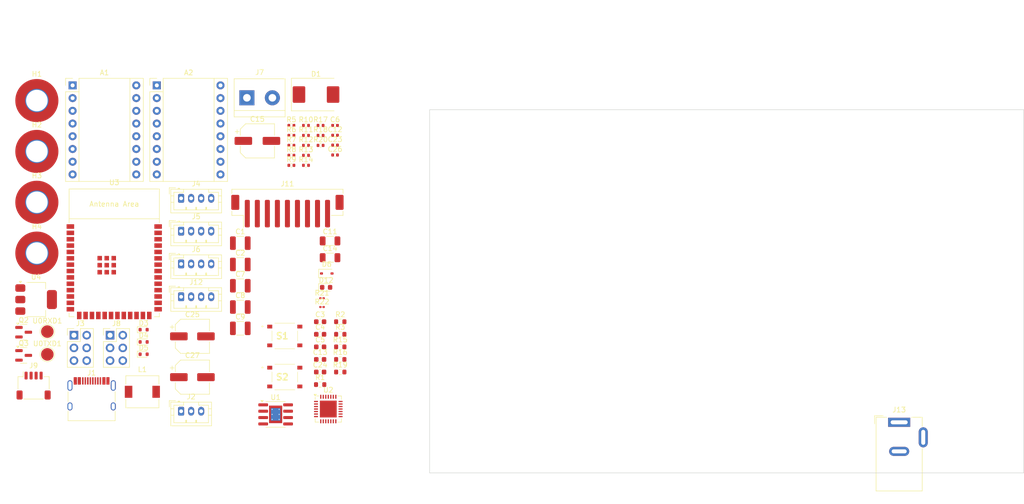
<source format=kicad_pcb>
(kicad_pcb (version 20240108) (generator "pcbnew") (generator_version "8.0")
  (layers (0 "F.Cu" signal) (1 "In1.Cu" signal "GND") (2 "In2.Cu" signal "POWER") (31 "B.Cu" signal) (34 "B.Paste" user) (35 "F.Paste" user) (36 "B.SilkS" user "B.Silkscreen") (37 "F.SilkS" user "F.Silkscreen") (38 "B.Mask" user) (39 "F.Mask" user) (44 "Edge.Cuts" user))
  (net 0 "")
  (net 1 "VIN")
  (net 2 "GND")
  (net 3 "/COMP")
  (net 4 "Net-(C4-Pad1)")
  (net 5 "/SS")
  (net 6 "/BOOT")
  (net 7 "/PH")
  (net 8 "+5V")
  (net 9 "Net-(U2-VBUS)")
  (net 10 "+3.3V")
  (net 11 "/USB_DN")
  (net 12 "/USB_DP")
  (net 13 "VBUS")
  (net 14 "Net-(A1-A2)")
  (net 15 "Net-(A1-A1)")
  (net 16 "Net-(A1-B1)")
  (net 17 "Net-(A1-B2)")
  (net 18 "STEP_ENABLE_X")
  (net 19 "Net-(A1-M0)")
  (net 20 "Net-(Q2-B)")
  (net 21 "/RTS")
  (net 22 "Net-(Q2-C)")
  (net 23 "Net-(Q3-B)")
  (net 24 "/DTR")
  (net 25 "Net-(Q3-C)")
  (net 26 "/SENSE")
  (net 27 "Net-(U2-TXD)")
  (net 28 "Net-(U2-RXD)")
  (net 29 "Net-(U2-~{RST})")
  (net 30 "/CHIP_PU")
  (net 31 "/GPIO0")
  (net 32 "Net-(A1-M1)")
  (net 33 "Net-(A1-M2)")
  (net 34 "Net-(A1-~{RST})")
  (net 53 "X_STEP")
  (net 54 "X_DIR")
  (net 55 "Net-(A2-A2)")
  (net 56 "Net-(A2-A1)")
  (net 57 "Net-(A2-B1)")
  (net 58 "Net-(A2-B2)")
  (net 59 "STEP_ENABLE_Y")
  (net 60 "Net-(A2-M0)")
  (net 61 "Net-(A2-M1)")
  (net 62 "Net-(A2-M2)")
  (net 63 "Net-(A2-~{RST})")
  (net 64 "Y_STEP")
  (net 65 "Y_DIR")
  (net 66 "/GPIO19_20D-")
  (net 67 "/GPIO19_20D+")
  (net 68 "Net-(D12-A)")
  (net 69 "/ESP32_3V3")
  (net 74 "SDA")
  (net 75 "SCL")
  (net 76 "/SW5")
  (net 77 "/SW4")
  (net 78 "/SW3")
  (net 79 "/SW2")
  (net 80 "/SW1")
  (net 81 "/ENCB")
  (net 82 "/ENCA")
  (net 83 "/GPIO4")
  (net 84 "Net-(J1-CC1)")
  (net 86 "Net-(J1-CC2)")
  (net 88 "/U0RXD")
  (net 89 "/U0TXD")
  (net 90 "+24V")
  (net 91 "/KILL")
  (net 95 "/GPIO5")
  (net 96 "/GPIO6")
  (footprint "Capacitor_SMD:CP_Elec_6.3x7.7" (layer "F.Cu") (at 51.45 108.14)
    (property "Reference" "C27" (at 0 -4.35 0) (layer "F.SilkS"))
    (property "Value" "100u")
    (pad "1" smd roundrect (at -2.7 0) (size 3.5 1.6) (layers "F.Cu" "F.Paste" "F.Mask") (roundrect_rratio 0.15625) (net 1 "VIN"))
    (pad "2" smd roundrect (at 2.7 0) (size 3.5 1.6) (layers "F.Cu" "F.Paste" "F.Mask") (roundrect_rratio 0.15625) (net 2 "GND"))
  )
  (footprint "Resistor_SMD:R_0402_1005Metric" (layer "F.Cu") (at 77.01 61.87)
    (property "Reference" "R20" (at 0 -1.17 0) (layer "F.SilkS"))
    (property "Value" "4k7")
    (pad "1" smd roundrect (at -0.51 0) (size 0.54 0.64) (layers "F.Cu" "F.Paste" "F.Mask") (net 10 "+3.3V"))
    (pad "2" smd roundrect (at 0.51 0) (size 0.54 0.64) (layers "F.Cu" "F.Paste" "F.Mask") (net 74 "SDA"))
  )
  (footprint "TestPoint:TestPoint_Pad_D2.5mm" (layer "F.Cu") (at 22.52 99.04)
    (property "Reference" "U0RXD1" (at 0 -2.148 0) (layer "F.SilkS"))
    (property "Value" "TestPoint")
    (pad "1" smd circle (at 0 0) (size 2.5 2.5) (layers "F.Cu" "F.Mask") (net 88 "/U0RXD"))
  )
  (footprint "Resistor_SMD:R_0402_1005Metric" (layer "F.Cu") (at 74.1 59.88)
    (property "Reference" "R11" (at 0 -1.17 0) (layer "F.SilkS"))
    (property "Value" "10k")
    (pad "1" smd roundrect (at -0.51 0) (size 0.54 0.64) (layers "F.Cu" "F.Paste" "F.Mask") (net 24 "/DTR"))
    (pad "2" smd roundrect (at 0.51 0) (size 0.54 0.64) (layers "F.Cu" "F.Paste" "F.Mask") (net 20 "Net-(Q2-B)"))
  )
  (footprint "Resistor_SMD:R_0201_0603Metric" (layer "F.Cu") (at 77.3 94.13)
    (property "Reference" "R22" (at 0 -1.05 0) (layer "F.SilkS"))
    (property "Value" "5.1k")
    (pad "1" smd roundrect (at -0.32 0) (size 0.46 0.4) (layers "F.Cu" "F.Mask") (net 84 "Net-(J1-CC1)"))
    (pad "2" smd roundrect (at 0.32 0) (size 0.46 0.4) (layers "F.Cu" "F.Mask") (net 2 "GND"))
  )
  (footprint "Push Button:TS1187ABAB" (layer "F.Cu") (at 69.875 99.915)
    (property "Reference" "S1" (at -0.5 0 0) (layer "F.SilkS") (effects (font (size 1.27 1.27) (thickness 0.254))))
    (property "Value" "BOOT" (hide yes))
    (pad "A1" smd rect (at -3 -1.875 90) (size 0.75 1) (layers "F.Cu" "F.Paste" "F.Mask"))
    (pad "B1" smd rect (at 3 -1.875 90) (size 0.75 1) (layers "F.Cu" "F.Paste" "F.Mask") (net 31 "/GPIO0"))
    (pad "C1" smd rect (at -3 1.875 90) (size 0.75 1) (layers "F.Cu" "F.Paste" "F.Mask"))
    (pad "D1" smd rect (at 3 1.875 90) (size 0.75 1) (layers "F.Cu" "F.Paste" "F.Mask") (net 2 "GND"))
  )
  (footprint "Resistor_SMD:R_0603_1608Metric" (layer "F.Cu") (at 80.94 107.11)
    (property "Reference" "R19" (at 0 -1.43 0) (layer "F.SilkS"))
    (property "Value" "100k")
    (pad "1" smd roundrect (at -0.825 0) (size 0.8 0.95) (layers "F.Cu" "F.Paste" "F.Mask") (net 19 "Net-(A1-M0)"))
    (pad "2" smd roundrect (at 0.825 0) (size 0.8 0.95) (layers "F.Cu" "F.Paste" "F.Mask") (net 2 "GND"))
  )
  (footprint "Resistor_SMD:R_0402_1005Metric" (layer "F.Cu") (at 74.1 61.87)
    (property "Reference" "R12" (at 0 -1.17 0) (layer "F.SilkS"))
    (property "Value" "10k")
    (pad "1" smd roundrect (at -0.51 0) (size 0.54 0.64) (layers "F.Cu" "F.Paste" "F.Mask") (net 21 "/RTS"))
    (pad "2" smd roundrect (at 0.51 0) (size 0.54 0.64) (layers "F.Cu" "F.Paste" "F.Mask") (net 23 "Net-(Q3-B)"))
  )
  (footprint "Capacitor_SMD:C_0402_1005Metric" (layer "F.Cu") (at 79.9 61.82)
    (property "Reference" "C23" (at 0 -1.16 0) (layer "F.SilkS"))
    (property "Value" "100n")
    (pad "1" smd roundrect (at -0.48 0) (size 0.56 0.62) (layers "F.Cu" "F.Paste" "F.Mask") (net 10 "+3.3V"))
    (pad "2" smd roundrect (at 0.48 0) (size 0.56 0.62) (layers "F.Cu" "F.Paste" "F.Mask") (net 2 "GND"))
  )
  (footprint "Connector_JST:JST_PH_B4B-PH-K_1x04_P2.00mm_Vertical" (layer "F.Cu") (at 49.2 78.99)
    (property "Reference" "J5" (at 3 -2.9 0) (layer "F.SilkS"))
    (property "Value" "Limit Switch 2")
    (pad "1" thru_hole roundrect (at 0 0) (size 1.2 1.75) (drill 0.75) (layers "*.Cu" "*.Mask") (roundrect_rratio 0.208333) (net 2 "GND"))
    (pad "2" thru_hole oval (at 2 0) (size 1.2 1.75) (drill 0.75) (layers "*.Cu" "*.Mask") (net 10 "+3.3V"))
    (pad "3" thru_hole oval (at 4 0) (size 1.2 1.75) (drill 0.75) (layers "*.Cu" "*.Mask") (net 67 "/GPIO19_20D+"))
    (pad "4" thru_hole oval (at 6 0) (size 1.2 1.75) (drill 0.75) (layers "*.Cu" "*.Mask") (net 66 "/GPIO19_20D-"))
  )
  (footprint "TestPoint:TestPoint_Pad_D2.5mm" (layer "F.Cu") (at 22.52 103.59)
    (property "Reference" "U0TXD1" (at 0 -2.148 0) (layer "F.SilkS"))
    (property "Value" "TestPoint")
    (pad "1" smd circle (at 0 0) (size 2.5 2.5) (layers "F.Cu" "F.Mask") (net 89 "/U0TXD"))
  )
  (footprint "Capacitor_SMD:C_1206_3216Metric" (layer "F.Cu") (at 78.9 84.29)
    (property "Reference" "C14" (at 0 -1.85 0) (layer "F.SilkS"))
    (property "Value" "22u")
    (pad "1" smd roundrect (at -1.475 0) (size 1.15 1.8) (layers "F.Cu" "F.Paste" "F.Mask") (roundrect_rratio 0.217391) (net 2 "GND"))
    (pad "2" smd roundrect (at 1.475 0) (size 1.15 1.8) (layers "F.Cu" "F.Paste" "F.Mask") (roundrect_rratio 0.217391) (net 10 "+3.3V"))
  )
  (footprint "Resistor_SMD:R_0201_0603Metric" (layer "F.Cu") (at 77.3 92.38)
    (property "Reference" "R21" (at 0 -1.05 0) (layer "F.SilkS"))
    (property "Value" "5.1k")
    (pad "1" smd roundrect (at -0.32 0) (size 0.46 0.4) (layers "F.Cu" "F.Mask") (net 86 "Net-(J1-CC2)"))
    (pad "2" smd roundrect (at 0.32 0) (size 0.46 0.4) (layers "F.Cu" "F.Mask") (net 2 "GND"))
  )
  (footprint "Diode_SMD:D_SOD-523" (layer "F.Cu") (at 41.725 98.66)
    (property "Reference" "D3" (at 0 -1.3 0) (layer "F.SilkS"))
    (property "Value" "LESD5D5.0CT1G")
    (pad "1" smd roundrect (at -0.7 0 180) (size 0.6 0.7) (layers "F.Cu" "F.Paste" "F.Mask") (net 2 "GND"))
    (pad "2" smd roundrect (at 0.7 0 180) (size 0.6 0.7) (layers "F.Cu" "F.Paste" "F.Mask") (net 12 "/USB_DP"))
  )
  (footprint "Capacitor_SMD:C_1210_3225Metric" (layer "F.Cu") (at 61 85.64)
    (property "Reference" "C2" (at 0 -2.3 0) (layer "F.SilkS"))
    (property "Value" "10u")
    (pad "1" smd roundrect (at -1.475 0) (size 1.15 2.7) (layers "F.Cu" "F.Paste" "F.Mask") (roundrect_rratio 0.217391) (net 1 "VIN"))
    (pad "2" smd roundrect (at 1.475 0) (size 1.15 2.7) (layers "F.Cu" "F.Paste" "F.Mask") (roundrect_rratio 0.217391) (net 2 "GND"))
  )
  (footprint "Package_DFN_QFN:QFN-28-1EP_5x5mm_P0.5mm_EP3.35x3.35mm" (layer "F.Cu") (at 78.55 114.5)
    (property "Reference" "U2" (at 0 -3.8 0) (layer "F.SilkS"))
    (property "Value" "CP2102N-A02-GQFN28")
    (pad "1" smd roundrect (at -2.45 -1.5) (size 0.8 0.25) (layers "F.Cu" "F.Paste" "F.Mask"))
    (pad "2" smd roundrect (at -2.45 -1) (size 0.8 0.25) (layers "F.Cu" "F.Paste" "F.Mask"))
    (pad "3" smd roundrect (at -2.45 -0.5) (size 0.8 0.25) (layers "F.Cu" "F.Paste" "F.Mask") (net 2 "GND"))
    (pad "4" smd roundrect (at -2.45 0) (size 0.8 0.25) (layers "F.Cu" "F.Paste" "F.Mask") (net 12 "/USB_DP"))
    (pad "5" smd roundrect (at -2.45 0.5) (size 0.8 0.25) (layers "F.Cu" "F.Paste" "F.Mask") (net 11 "/USB_DN"))
    (pad "6" smd roundrect (at -2.45 1) (size 0.8 0.25) (layers "F.Cu" "F.Paste" "F.Mask") (net 10 "+3.3V"))
    (pad "7" smd roundrect (at -2.45 1.5) (size 0.8 0.25) (layers "F.Cu" "F.Paste" "F.Mask") (net 10 "+3.3V"))
    (pad "8" smd roundrect (at -1.5 2.45) (size 0.25 0.8) (layers "F.Cu" "F.Paste" "F.Mask") (net 9 "Net-(U2-VBUS)"))
    (pad "9" smd roundrect (at -1 2.45) (size 0.25 0.8) (layers "F.Cu" "F.Paste" "F.Mask") (net 29 "Net-(U2-~{RST})"))
    (pad "10" smd roundrect (at -0.5 2.45) (size 0.25 0.8) (layers "F.Cu" "F.Paste" "F.Mask"))
    (pad "11" smd roundrect (at 0 2.45) (size 0.25 0.8) (layers "F.Cu" "F.Paste" "F.Mask"))
    (pad "12" smd roundrect (at 0.5 2.45) (size 0.25 0.8) (layers "F.Cu" "F.Paste" "F.Mask"))
    (pad "13" smd roundrect (at 1 2.45) (size 0.25 0.8) (layers "F.Cu" "F.Paste" "F.Mask"))
    (pad "14" smd roundrect (at 1.5 2.45) (size 0.25 0.8) (layers "F.Cu" "F.Paste" "F.Mask"))
    (pad "15" smd roundrect (at 2.45 1.5) (size 0.8 0.25) (layers "F.Cu" "F.Paste" "F.Mask"))
    (pad "16" smd roundrect (at 2.45 1) (size 0.8 0.25) (layers "F.Cu" "F.Paste" "F.Mask"))
    (pad "17" smd roundrect (at 2.45 0.5) (size 0.8 0.25) (layers "F.Cu" "F.Paste" "F.Mask"))
    (pad "18" smd roundrect (at 2.45 0) (size 0.8 0.25) (layers "F.Cu" "F.Paste" "F.Mask"))
    (pad "19" smd roundrect (at 2.45 -0.5) (size 0.8 0.25) (layers "F.Cu" "F.Paste" "F.Mask"))
    (pad "20" smd roundrect (at 2.45 -1) (size 0.8 0.25) (layers "F.Cu" "F.Paste" "F.Mask"))
    (pad "21" smd roundrect (at 2.45 -1.5) (size 0.8 0.25) (layers "F.Cu" "F.Paste" "F.Mask"))
    (pad "22" smd roundrect (at 1.5 -2.45) (size 0.25 0.8) (layers "F.Cu" "F.Paste" "F.Mask"))
    (pad "23" smd roundrect (at 1 -2.45) (size 0.25 0.8) (layers "F.Cu" "F.Paste" "F.Mask"))
    (pad "24" smd roundrect (at 0.5 -2.45) (size 0.25 0.8) (layers "F.Cu" "F.Paste" "F.Mask") (net 21 "/RTS"))
    (pad "25" smd roundrect (at 0 -2.45) (size 0.25 0.8) (layers "F.Cu" "F.Paste" "F.Mask") (net 28 "Net-(U2-RXD)"))
    (pad "26" smd roundrect (at -0.5 -2.45) (size 0.25 0.8) (layers "F.Cu" "F.Paste" "F.Mask") (net 27 "Net-(U2-TXD)"))
    (pad "27" smd roundrect (at -1 -2.45) (size 0.25 0.8) (layers "F.Cu" "F.Paste" "F.Mask"))
    (pad "28" smd roundrect (at -1.5 -2.45) (size 0.25 0.8) (layers "F.Cu" "F.Paste" "F.Mask") (net 24 "/DTR"))
    (pad "29" smd rect (at 0 0) (size 3.35 3.35) (property pad_prop_heatsink) (layers "F.Cu" "F.Mask") (net 2 "GND"))
  )
  (footprint "Capacitor_SMD:C_0402_1005Metric" (layer "F.Cu") (at 79.9 63.79)
    (property "Reference" "C26" (at 0 -1.16 0) (layer "F.SilkS"))
    (property "Value" "1u")
    (pad "1" smd roundrect (at -0.48 0) (size 0.56 0.62) (layers "F.Cu" "F.Paste" "F.Mask") (net 30 "/CHIP_PU"))
    (pad "2" smd roundrect (at 0.48 0) (size 0.56 0.62) (layers "F.Cu" "F.Paste" "F.Mask") (net 2 "GND"))
  )
  (footprint "Capacitor_SMD:CP_Elec_6.3x5.9" (layer "F.Cu") (at 64.41 60.97)
    (property "Reference" "C15" (at 0 -4.35 0) (layer "F.SilkS"))
    (property "Value" "10u(25v)")
    (pad "1" smd roundrect (at -2.8 0) (size 3.5 1.6) (layers "F.Cu" "F.Paste" "F.Mask") (roundrect_rratio 0.15625) (net 10 "+3.3V"))
    (pad "2" smd roundrect (at 2.8 0) (size 3.5 1.6) (layers "F.Cu" "F.Paste" "F.Mask") (roundrect_rratio 0.15625) (net 2 "GND"))
  )
  (footprint "Capacitor_SMD:C_0402_1005Metric" (layer "F.Cu") (at 79.9 59.85)
    (property "Reference" "C12" (at 0 -1.16 0) (layer "F.SilkS"))
    (property "Value" "1u")
    (pad "1" smd roundrect (at -0.48 0) (size 0.56 0.62) (layers "F.Cu" "F.Paste" "F.Mask") (net 9 "Net-(U2-VBUS)"))
    (pad "2" smd roundrect (at 0.48 0) (size 0.56 0.62) (layers "F.Cu" "F.Paste" "F.Mask") (net 2 "GND"))
  )
  (footprint "Resistor_SMD:R_0603_1608Metric" (layer "F.Cu") (at 80.94 104.6)
    (property "Reference" "R16" (at 0 -1.43 0) (layer "F.SilkS"))
    (property "Value" "100k")
    (pad "1" smd roundrect (at -0.825 0) (size 0.8 0.95) (layers "F.Cu" "F.Paste" "F.Mask") (net 60 "Net-(A2-M0)"))
    (pad "2" smd roundrect (at 0.825 0) (size 0.8 0.95) (layers "F.Cu" "F.Paste" "F.Mask") (net 2 "GND"))
  )
  (footprint "Package_TO_SOT_SMD:SOT-23" (layer "F.Cu") (at 17.8 99.165)
    (property "Reference" "Q2" (at 0 -2.4 0) (layer "F.SilkS"))
    (property "Value" "L8050QLT1G")
    (pad "1" smd roundrect (at -0.9375 -0.95) (size 1.475 0.6) (layers "F.Cu" "F.Paste" "F.Mask") (net 20 "Net-(Q2-B)"))
    (pad "2" smd roundrect (at -0.9375 0.95) (size 1.475 0.6) (layers "F.Cu" "F.Paste" "F.Mask") (net 21 "/RTS"))
    (pad "3" smd roundrect (at 0.9375 0) (size 1.475 0.6) (layers "F.Cu" "F.Paste" "F.Mask") (net 22 "Net-(Q2-C)"))
  )
  (footprint "Connector_JST:JST_PH_B4B-PH-K_1x04_P2.00mm_Vertical" (layer "F.Cu") (at 49.2 72.44)
    (property "Reference" "J4" (at 3 -2.9 0) (layer "F.SilkS"))
    (property "Value" "Conn_01x04_Female")
    (pad "1" thru_hole roundrect (at 0 0) (size 1.2 1.75) (drill 0.75) (layers "*.Cu" "*.Mask") (roundrect_rratio 0.208333) (net 17 "Net-(A1-B2)"))
    (pad "2" thru_hole oval (at 2 0) (size 1.2 1.75) (drill 0.75) (layers "*.Cu" "*.Mask") (net 16 "Net-(A1-B1)"))
    (pad "3" thru_hole oval (at 4 0) (size 1.2 1.75) (drill 0.75) (layers "*.Cu" "*.Mask") (net 14 "Net-(A1-A2)"))
    (pad "4" thru_hole oval (at 6 0) (size 1.2 1.75) (drill 0.75) (layers "*.Cu" "*.Mask") (net 15 "Net-(A1-A1)"))
  )
  (footprint "Resistor_SMD:R_0603_1608Metric" (layer "F.Cu") (at 80.94 97.07)
    (property "Reference" "R2" (at 0 -1.43 0) (layer "F.SilkS"))
    (property "Value" "10k")
    (pad "1" smd roundrect (at -0.825 0) (size 0.8 0.95) (layers "F.Cu" "F.Paste" "F.Mask") (net 8 "+5V"))
    (pad "2" smd roundrect (at 0.825 0) (size 0.8 0.95) (layers "F.Cu" "F.Paste" "F.Mask") (net 26 "/SENSE"))
  )
  (footprint "Diode_SMD:D_SOD-523" (layer "F.Cu") (at 41.725 101.11)
    (property "Reference" "D4" (at 0 -1.3 0) (layer "F.SilkS"))
    (property "Value" "LESD5D5.0CT1G")
    (pad "1" smd roundrect (at -0.7 0 180) (size 0.6 0.7) (layers "F.Cu" "F.Paste" "F.Mask") (net 2 "GND"))
    (pad "2" smd roundrect (at 0.7 0 180) (size 0.6 0.7) (layers "F.Cu" "F.Paste" "F.Mask") (net 11 "/USB_DN"))
  )
  (footprint "Connector_USB:USB_C_Receptacle_HRO_TYPE-C-31-M-12" (layer "F.Cu") (at 31.35 112.93)
    (property "Reference" "J1" (at 0 -5.645 0) (layer "F.SilkS"))
    (property "Value" "USB_C_Receptacle_USB2.0")
    (pad "" np_thru_hole circle (at -2.89 -2.6) (size 0.65 0.65) (drill 0.65) (layers "*.Cu" "*.Mask"))
    (pad "" np_thru_hole circle (at 2.89 -2.6) (size 0.65 0.65) (drill 0.65) (layers "*.Cu" "*.Mask"))
    (pad "A1" smd rect (at -3.25 -4.045) (size 0.6 1.45) (layers "F.Cu" "F.Paste" "F.Mask") (net 2 "GND"))
    (pad "A4" smd rect (at -2.45 -4.045) (size 0.6 1.45) (layers "F.Cu" "F.Paste" "F.Mask") (net 13 "VBUS"))
    (pad "A5" smd rect (at -1.25 -4.045) (size 0.3 1.45) (layers "F.Cu" "F.Paste" "F.Mask") (net 84 "Net-(J1-CC1)"))
    (pad "A6" smd rect (at -0.25 -4.045) (size 0.3 1.45) (layers "F.Cu" "F.Paste" "F.Mask") (net 12 "/USB_DP"))
    (pad "A7" smd rect (at 0.25 -4.045) (size 0.3 1.45) (layers "F.Cu" "F.Paste" "F.Mask") (net 11 "/USB_DN"))
    (pad "A8" smd rect (at 1.25 -4.045) (size 0.3 1.45) (layers "F.Cu" "F.Paste" "F.Mask"))
    (pad "A9" smd rect (at 2.45 -4.045) (size 0.6 1.45) (layers "F.Cu" "F.Paste" "F.Mask") (net 13 "VBUS"))
    (pad "A12" smd rect (at 3.25 -4.045) (size 0.6 1.45) (layers "F.Cu" "F.Paste" "F.Mask") (net 2 "GND"))
    (pad "B1" smd rect (at 3.25 -4.045) (size 0.6 1.45) (layers "F.Cu" "F.Paste" "F.Mask") (net 2 "GND"))
    (pad "B4" smd rect (at 2.45 -4.045) (size 0.6 1.45) (layers "F.Cu" "F.Paste" "F.Mask") (net 13 "VBUS"))
    (pad "B5" smd rect (at 1.75 -4.045) (size 0.3 1.45) (layers "F.Cu" "F.Paste" "F.Mask") (net 86 "Net-(J1-CC2)"))
    (pad "B6" smd rect (at 0.75 -4.045) (size 0.3 1.45) (layers "F.Cu" "F.Paste" "F.Mask") (net 12 "/USB_DP"))
    (pad "B7" smd rect (at -0.75 -4.045) (size 0.3 1.45) (layers "F.Cu" "F.Paste" "F.Mask") (net 11 "/USB_DN"))
    (pad "B8" smd rect (at -1.75 -4.045) (size 0.3 1.45) (layers "F.Cu" "F.Paste" "F.Mask"))
    (pad "B9" smd rect (at -2.45 -4.045) (size 0.6 1.45) (layers "F.Cu" "F.Paste" "F.Mask") (net 13 "VBUS"))
    (pad "B12" smd rect (at -3.25 -4.045) (size 0.6 1.45) (layers "F.Cu" "F.Paste" "F.Mask") (net 2 "GND"))
    (pad "S1" thru_hole oval (at -4.32 -3.13) (size 1 2.1) (drill oval 0.6 1.7) (layers "*.Cu" "*.Mask") (net 2 "GND"))
    (pad "S1" thru_hole oval (at -4.32 1.05) (size 1 1.6) (drill oval 0.6 1.2) (layers "*.Cu" "*.Mask") (net 2 "GND"))
    (pad "S1" thru_hole oval (at 4.32 -3.13) (size 1 2.1) (drill oval 0.6 1.7) (layers "*.Cu" "*.Mask") (net 2 "GND"))
    (pad "S1" thru_hole oval (at 4.32 1.05) (size 1 1.6) (drill oval 0.6 1.2) (layers "*.Cu" "*.Mask") (net 2 "GND"))
  )
  (footprint "Resistor_SMD:R_0402_1005Metric" (layer "F.Cu") (at 77.01 57.89)
    (property "Reference" "R17" (at 0 -1.17 0) (layer "F.SilkS"))
    (property "Value" "10k")
    (pad "1" smd roundrect (at -0.51 0) (size 0.54 0.64) (layers "F.Cu" "F.Paste" "F.Mask") (net 69 "/ESP32_3V3"))
    (pad "2" smd roundrect (at 0.51 0) (size 0.54 0.64) (layers "F.Cu" "F.Paste" "F.Mask") (net 30 "/CHIP_PU"))
  )
  (footprint "Push Button:TS1187ABAB" (layer "F.Cu") (at 69.875 108.115)
    (property "Reference" "S2" (at -0.5 0 0) (layer "F.SilkS") (effects (font (size 1.27 1.27) (thickness 0.254))))
    (property "Value" "RESET" (hide yes))
    (pad "A1" smd rect (at -3 -1.875 90) (size 0.75 1) (layers "F.Cu" "F.Paste" "F.Mask"))
    (pad "B1" smd rect (at 3 -1.875 90) (size 0.75 1) (layers "F.Cu" "F.Paste" "F.Mask") (net 30 "/CHIP_PU"))
    (pad "C1" smd rect (at -3 1.875 90) (size 0.75 1) (layers "F.Cu" "F.Paste" "F.Mask"))
    (pad "D1" smd rect (at 3 1.875 90) (size 0.75 1) (layers "F.Cu" "F.Paste" "F.Mask") (net 2 "GND"))
  )
  (footprint "Connector_JST:JST_PH_B4B-PH-K_1x04_P2.00mm_Vertical" (layer "F.Cu") (at 49.2 85.54)
    (property "Reference" "J6" (at 3 -2.9 0) (layer "F.SilkS"))
    (property "Value" "Conn_01x04_Female")
    (pad "1" thru_hole roundrect (at 0 0) (size 1.2 1.75) (drill 0.75) (layers "*.Cu" "*.Mask") (roundrect_rratio 0.208333) (net 58 "Net-(A2-B2)"))
    (pad "2" thru_hole oval (at 2 0) (size 1.2 1.75) (drill 0.75) (layers "*.Cu" "*.Mask") (net 57 "Net-(A2-B1)"))
    (pad "3" thru_hole oval (at 4 0) (size 1.2 1.75) (drill 0.75) (layers "*.Cu" "*.Mask") (net 55 "Net-(A2-A2)"))
    (pad "4" thru_hole oval (at 6 0) (size 1.2 1.75) (drill 0.75) (layers "*.Cu" "*.Mask") (net 56 "Net-(A2-A1)"))
  )
  (footprint "Connector_JST:JST_SH_SM04B-SRSS-TB_1x04-1MP_P1.00mm_Horizontal" (layer "F.Cu") (at 19.78 109.82)
    (property "Reference" "J9" (at 0 -3.98 0) (layer "F.SilkS"))
    (property "Value" "OLED")
    (pad "1" smd roundrect (at -1.5 -2) (size 0.6 1.55) (layers "F.Cu" "F.Paste" "F.Mask") (net 2 "GND"))
    (pad "2" smd roundrect (at -0.5 -2) (size 0.6 1.55) (layers "F.Cu" "F.Paste" "F.Mask") (net 10 "+3.3V"))
    (pad "3" smd roundrect (at 0.5 -2) (size 0.6 1.55) (layers "F.Cu" "F.Paste" "F.Mask") (net 74 "SDA"))
    (pad "4" smd roundrect (at 1.5 -2) (size 0.6 1.55) (layers "F.Cu" "F.Paste" "F.Mask") (net 75 "SCL"))
    (pad "MP" smd roundrect (at -2.8 1.875) (size 1.2 1.8) (layers "F.Cu" "F.Paste" "F.Mask") (roundrect_rratio 0.208333))
    (pad "MP" smd roundrect (at 2.8 1.875) (size 1.2 1.8) (layers "F.Cu" "F.Paste" "F.Mask") (roundrect_rratio 0.208333))
  )
  (footprint "Capacitor_SMD:C_1210_3225Metric" (layer "F.Cu") (at 61 98.39)
    (property "Reference" "C9" (at 0 -2.3 0) (layer "F.SilkS"))
    (property "Value" "47u")
    (pad "1" smd roundrect (at -1.475 0) (size 1.15 2.7) (layers "F.Cu" "F.Paste" "F.Mask") (roundrect_rratio 0.217391) (net 8 "+5V"))
    (pad "2" smd roundrect (at 1.475 0) (size 1.15 2.7) (layers "F.Cu" "F.Paste" "F.Mask") (roundrect_rratio 0.217391) (net 2 "GND"))
  )
  (footprint "Resistor_SMD:R_0402_1005Metric" (layer "F.Cu") (at 71.19 57.89)
    (property "Reference" "R5" (at 0 -1.17 0) (layer "F.SilkS"))
    (property "Value" "0E")
    (pad "1" smd roundrect (at -0.51 0) (size 0.54 0.64) (layers "F.Cu" "F.Paste" "F.Mask") (net 69 "/ESP32_3V3"))
    (pad "2" smd roundrect (at 0.51 0) (size 0.54 0.64) (layers "F.Cu" "F.Paste" "F.Mask") (net 10 "+3.3V"))
  )
  (footprint "Resistor_SMD:R_0402_1005Metric" (layer "F.Cu") (at 77.01 59.88)
    (property "Reference" "R18" (at 0 -1.17 0) (layer "F.SilkS"))
    (property "Value" "4k7")
    (pad "1" smd roundrect (at -0.51 0) (size 0.54 0.64) (layers "F.Cu" "F.Paste" "F.Mask") (net 10 "+3.3V"))
    (pad "2" smd roundrect (at 0.51 0) (size 0.54 0.64) (layers "F.Cu" "F.Paste" "F.Mask") (net 75 "SCL"))
  )
  (footprint "MountingHole:MountingHole_4.3mm_M4_Pad_TopOnly" (layer "F.Cu") (at 20.43 73.22)
    (property "Reference" "H3" (at 0 -5.3 0) (layer "F.SilkS"))
    (property "Value" "MountingHole")
    (pad "1" thru_hole circle (at 0 0) (size 4.7 4.7) (drill 4.3) (layers "*.Cu" "*.Mask"))
    (pad "1" connect circle (at 0 0) (size 8.6 8.6) (layers "F.Cu" "F.Mask"))
  )
  (footprint "MountingHole:MountingHole_4.3mm_M4_Pad_TopOnly" (layer "F.Cu") (at 20.43 63.07)
    (property "Reference" "H2" (at 0 -5.3 0) (layer "F.SilkS"))
    (property "Value" "MountingHole")
    (pad "1" thru_hole circle (at 0 0) (size 4.7 4.7) (drill 4.3) (layers "*.Cu" "*.Mask"))
    (pad "1" connect circle (at 0 0) (size 8.6 8.6) (layers "F.Cu" "F.Mask"))
  )
  (footprint "Capacitor_SMD:C_0402_1005Metric" (layer "F.Cu") (at 79.9 57.88)
    (property "Reference" "C6" (at 0 -1.16 0) (layer "F.SilkS"))
    (property "Value" "100n")
    (pad "1" smd roundrect (at -0.48 0) (size 0.56 0.62) (layers "F.Cu" "F.Paste" "F.Mask") (net 6 "/BOOT"))
    (pad "2" smd roundrect (at 0.48 0) (size 0.56 0.62) (layers "F.Cu" "F.Paste" "F.Mask") (net 7 "/PH"))
  )
  (footprint "ESP32_S3_:ESP32-S3-WROOM-1" (layer "F.Cu") (at 35.865 86.325)
    (property "Reference" "U3" (at 0 -17.05 0) (layer "F.SilkS"))
    (property "Value" "ESP32-S3-WROOM-1")
    (fp_text user "Antenna Area" (at 0 -12.75 0) (layer "F.SilkS"))
    (pad "1" smd rect (at -8.75 -8.26) (size 1.5 0.9) (layers "F.Cu" "F.Paste" "F.Mask") (net 2 "GND"))
    (pad "2" smd rect (at -8.75 -6.99) (size 1.5 0.9) (layers "F.Cu" "F.Paste" "F.Mask") (net 69 "/ESP32_3V3"))
    (pad "3" smd rect (at -8.75 -5.72) (size 1.5 0.9) (layers "F.Cu" "F.Paste" "F.Mask") (net 30 "/CHIP_PU"))
    (pad "4" smd rect (at -8.75 -4.45) (size 1.5 0.9) (layers "F.Cu" "F.Paste" "F.Mask") (net 83 "/GPIO4"))
    (pad "5" smd rect (at -8.75 -3.18) (size 1.5 0.9) (layers "F.Cu" "F.Paste" "F.Mask") (net 95 "/GPIO5"))
    (pad "6" smd rect (at -8.75 -1.91) (size 1.5 0.9) (layers "F.Cu" "F.Paste" "F.Mask") (net 96 "/GPIO6"))
    (pad "7" smd rect (at -8.75 -0.64) (size 1.5 0.9) (layers "F.Cu" "F.Paste" "F.Mask") (net 54 "X_DIR"))
    (pad "8" smd rect (at -8.75 0.63) (size 1.5 0.9) (layers "F.Cu" "F.Paste" "F.Mask") (net 53 "X_STEP"))
    (pad "9" smd rect (at -8.75 1.9) (size 1.5 0.9) (layers "F.Cu" "F.Paste" "F.Mask") (net 18 "STEP_ENABLE_X"))
    (pad "10" smd rect (at -8.75 3.17) (size 1.5 0.9) (layers "F.Cu" "F.Paste" "F.Mask") (net 59 "STEP_ENABLE_Y"))
    (pad "11" smd rect (at -8.75 4.44) (size 1.5 0.9) (layers "F.Cu" "F.Paste" "F.Mask") (net 64 "Y_STEP"))
    (pad "12" smd rect (at -8.75 5.71) (size 1.5 0.9) (layers "F.Cu" "F.Paste" "F.Mask") (net 65 "Y_DIR"))
    (pad "13" smd rect (at -8.75 6.98) (size 1.5 0.9) (layers "F.Cu" "F.Paste" "F.Mask") (net 66 "/GPIO19_20D-"))
    (pad "14" smd rect (at -8.75 8.25) (size 1.5 0.9) (layers "F.Cu" "F.Paste" "F.Mask") (net 67 "/GPIO19_20D+"))
    (pad "15" smd rect (at -6.985 9.5 90) (size 1.5 0.9) (layers "F.Cu" "F.Paste" "F.Mask"))
    (pad "16" smd rect (at -5.715 9.5 90) (size 1.5 0.9) (layers "F.Cu" "F.Paste" "F.Mask"))
    (pad "17" smd rect (at -4.445 9.5 90) (size 1.5 0.9) (layers "F.Cu" "F.Paste" "F.Mask"))
    (pad "18" smd rect (at -3.175 9.5 90) (size 1.5 0.9) (layers "F.Cu" "F.Paste" "F.Mask"))
    (pad "19" smd rect (at -1.905 9.5 90) (size 1.5 0.9) (layers "F.Cu" "F.Paste" "F.Mask"))
    (pad "20" smd rect (at -0.635 9.5 90) (size 1.5 0.9) (layers "F.Cu" "F.Paste" "F.Mask") (net 91 "/KILL"))
    (pad "21" smd rect (at 0.635 9.5 90) (size 1.5 0.9) (layers "F.Cu" "F.Paste" "F.Mask") (net 74 "SDA"))
    (pad "22" smd rect (at 1.905 9.5 90) (size 1.5 0.9) (layers "F.Cu" "F.Paste" "F.Mask") (net 75 "SCL"))
    (pad "23" smd rect (at 3.175 9.5 90) (size 1.5 0.9) (layers "F.Cu" "F.Paste" "F.Mask"))
    (pad "24" smd rect (at 4.445 9.5 90) (size 1.5 0.9) (layers "F.Cu" "F.Paste" "F.Mask"))
    (pad "25" smd rect (at 5.715 9.5 90) (size 1.5 0.9) (layers "F.Cu" "F.Paste" "F.Mask"))
    (pad "26" smd rect (at 6.985 9.5 90) (size 1.5 0.9) (layers "F.Cu" "F.Paste" "F.Mask"))
    (pad "27" smd rect (at 8.75 8.25 180) (size 1.5 0.9) (layers "F.Cu" "F.Paste" "F.Mask") (net 31 "/GPIO0"))
    (pad "28" smd rect (at 8.75 6.98 180) (size 1.5 0.9) (layers "F.Cu" "F.Paste" "F.Mask"))
    (pad "29" smd rect (at 8.75 5.71 180) (size 1.5 0.9) (layers "F.Cu" "F.Paste" "F.Mask") (net 76 "/SW5"))
    (pad "30" smd rect (at 8.75 4.44 180) (size 1.5 0.9) (layers "F.Cu" "F.Paste" "F.Mask") (net 77 "/SW4"))
    (pad "31" smd rect (at 8.75 3.17 180) (size 1.5 0.9) (layers "F.Cu" "F.Paste" "F.Mask") (net 78 "/SW3"))
    (pad "32" smd rect (at 8.75 1.9 180) (size 1.5 0.9) (layers "F.Cu" "F.Paste" "F.Mask") (net 79 "/SW2"))
    (pad "33" smd rect (at 8.75 0.63 180) (size 1.5 0.9) (layers "F.Cu" "F.Paste" "F.Mask") (net 80 "/SW1"))
    (pad "34" smd rect (at 8.75 -0.64 180) (size 1.5 0.9) (layers "F.Cu" "F.Paste" "F.Mask") (net 81 "/ENCB"))
    (pad "35" smd rect (at 8.75 -1.91 180) (size 1.5 0.9) (layers "F.Cu" "F.Paste" "F.Mask") (net 82 "/ENCA"))
    (pad "36" smd rect (at 8.75 -3.18 180) (size 1.5 0.9) (layers "F.Cu" "F.Paste" "F.Mask") (net 88 "/U0RXD"))
    (pad "37" smd rect (at 8.75 -4.45 180) (size 1.5 0.9) (layers "F.Cu" "F.Paste" "F.Mask") (net 89 "/U0TXD"))
    (pad "38" smd rect (at 8.75 -5.72 180) (size 1.5 0.9) (layers "F.Cu" "F.Paste" "F.Mask"))
    (pad "39" smd rect (at 8.75 -6.99 180) (size 1.5 0.9) (layers "F.Cu" "F.Paste" "F.Mask"))
    (pad "40" smd rect (at 8.75 -8.26 180) (size 1.5 0.9) (layers "F.Cu" "F.Paste" "F.Mask") (net 2 "GND"))
    (pad "41" smd rect (at -2.9 -1.94 180) (size 0.9 0.9) (layers "F.Cu" "F.Paste" "F.Mask") (net 2 "GND"))
    (pad "41" smd rect (at -2.9 -0.54 180) (size 0.9 0.9) (layers "F.Cu" "F.Paste" "F.Mask") (net 2 "GND"))
    (pad "41" smd rect (at -2.9 0.86 180) (size 0.9 0.9) (layers "F.Cu" "F.Paste" "F.Mask") (net 2 "GND"))
    (pad "41" smd rect (at -1.5 -1.94 180) (size 0.9 0.9) (layers "F.Cu" "F.Paste" "F.Mask") (net 2 "GND"))
    (pad "41" smd rect (at -1.5 -0.54 180) (size 0.9 0.9) (layers "F.Cu" "F.Paste" "F.Mask") (net 2 "GND"))
    (pad "41" smd rect (at -1.5 0.86 180) (size 0.9 0.9) (layers "F.Cu" "F.Paste" "F.Mask") (net 2 "GND"))
    (pad "41" smd rect (at -0.1 -1.94 180) (size 0.9 0.9) (layers "F.Cu" "F.Paste" "F.Mask") (net 2 "GND"))
    (pad "41" smd rect (at -0.1 -0.54 180) (size 0.9 0.9) (layers "F.Cu" "F.Paste" "F.Mask") (net 2 "GND"))
    (pad "41" smd rect (at -0.1 0.86 180) (size 0.9 0.9) (layers "F.Cu" "F.Paste" "F.Mask") (net 2 "GND"))
  )
  (footprint "Capacitor_SMD:C_0603_1608Metric" (layer "F.Cu") (at 76.93 97.07)
    (property "Reference" "C3" (at 0 -1.43 0) (layer "F.SilkS"))
    (property "Value" "10p")
    (pad "1" smd roundrect (at -0.775 0) (size 0.9 0.95) (layers "F.Cu" "F.Paste" "F.Mask") (net 3 "/COMP"))
    (pad "2" smd roundrect (at 0.775 0) (size 0.9 0.95) (layers "F.Cu" "F.Paste" "F.Mask") (net 2 "GND"))
  )
  (footprint "Capacitor_SMD:C_1210_3225Metric" (layer "F.Cu") (at 61 94.14)
    (property "Reference" "C8" (at 0 -2.3 0) (layer "F.SilkS"))
    (property "Value" "47u")
    (pad "1" smd roundrect (at -1.475 0) (size 1.15 2.7) (layers "F.Cu" "F.Paste" "F.Mask") (roundrect_rratio 0.217391) (net 8 "+5V"))
    (pad "2" smd roundrect (at 1.475 0) (size 1.15 2.7) (layers "F.Cu" "F.Paste" "F.Mask") (roundrect_rratio 0.217391) (net 2 "GND"))
  )
  (footprint "Diode_SMD:D_SOD-523" (layer "F.Cu") (at 41.725 103.56)
    (property "Reference" "D5" (at 0 -1.3 0) (layer "F.SilkS"))
    (property "Value" "LESD5D5.0CT1G")
    (pad "1" smd roundrect (at -0.7 0 180) (size 0.6 0.7) (layers "F.Cu" "F.Paste" "F.Mask") (net 2 "GND"))
    (pad "2" smd roundrect (at 0.7 0 180) (size 0.6 0.7) (layers "F.Cu" "F.Paste" "F.Mask") (net 13 "VBUS"))
  )
  (footprint "Resistor_SMD:R_0402_1005Metric" (layer "F.Cu") (at 71.19 63.86)
    (property "Reference" "R8" (at 0 -1.17 0) (layer "F.SilkS"))
    (property "Value" "0E")
    (pad "1" smd roundrect (at -0.51 0) (size 0.54 0.64) (layers "F.Cu" "F.Paste" "F.Mask") (net 27 "Net-(U2-TXD)"))
    (pad "2" smd roundrect (at 0.51 0) (size 0.54 0.64) (layers "F.Cu" "F.Paste" "F.Mask") (net 88 "/U0RXD"))
  )
  (footprint "Capacitor_SMD:C_0603_1608Metric" (layer "F.Cu") (at 76.93 107.11)
    (property "Reference" "C24" (at 0 -1.43 0) (layer "F.SilkS"))
    (property "Value" "10u")
    (pad "1" smd roundrect (at -0.775 0) (size 0.9 0.95) (layers "F.Cu" "F.Paste" "F.Mask") (net 10 "+3.3V"))
    (pad "2" smd roundrect (at 0.775 0) (size 0.9 0.95) (layers "F.Cu" "F.Paste" "F.Mask") (net 2 "GND"))
  )
  (footprint "Connector_PinHeader_2.54mm:PinHeader_2x03_P2.54mm_Vertical" (layer "F.Cu") (at 35.03 99.76)
    (property "Reference" "J8" (at 1.27 -2.33 0) (layer "F.SilkS"))
    (property "Value" "MS_Jumpers")
    (pad "1" thru_hole rect (at 0 0) (size 1.7 1.7) (drill 1) (layers "*.Cu" "*.Mask") (net 10 "+3.3V"))
    (pad "2" thru_hole oval (at 2.54 0) (size 1.7 1.7) (drill 1) (layers "*.Cu" "*.Mask") (net 33 "Net-(A1-M2)"))
    (pad "3" thru_hole oval (at 0 2.54) (size 1.7 1.7) (drill 1) (layers "*.Cu" "*.Mask") (net 10 "+3.3V"))
    (pad "4" thru_hole oval (at 2.54 2.54) (size 1.7 1.7) (drill 1) (layers "*.Cu" "*.Mask") (net 32 "Net-(A1-M1)"))
    (pad "5" thru_hole oval (at 0 5.08) (size 1.7 1.7) (drill 1) (layers "*.Cu" "*.Mask") (net 10 "+3.3V"))
    (pad "6" thru_hole oval (at 2.54 5.08) (size 1.7 1.7) (drill 1) (layers "*.Cu" "*.Mask") (net 19 "Net-(A1-M0)"))
  )
  (footprint "Module:Pololu_Breakout-16_15.2x20.3mm" (layer "F.Cu") (at 27.56 49.89)
    (property "Reference" "A1" (at 6.35 -2.54 0) (layer "F.SilkS"))
    (property "Value" "Pololu_Breakout_DRV8825")
    (pad "1" thru_hole rect (at 0 0) (size 1.6 1.6) (drill 0.8) (layers "*.Cu" "*.Mask") (net 2 "GND"))
    (pad "2" thru_hole oval (at 0 2.54) (size 1.6 1.6) (drill 0.8) (layers "*.Cu" "*.Mask") (net 10 "+3.3V"))
    (pad "3" thru_hole oval (at 0 5.08) (size 1.6 1.6) (drill 0.8) (layers "*.Cu" "*.Mask") (net 14 "Net-(A1-A2)"))
    (pad "4" thru_hole oval (at 0 7.62) (size 1.6 1.6) (drill 0.8) (layers "*.Cu" "*.Mask") (net 15 "Net-(A1-A1)"))
    (pad "5" thru_hole oval (at 0 10.16) (size 1.6 1.6) (drill 0.8) (layers "*.Cu" "*.Mask") (net 16 "Net-(A1-B1)"))
    (pad "6" thru_hole oval (at 0 12.7) (size 1.6 1.6) (drill 0.8) (layers "*.Cu" "*.Mask") (net 17 "Net-(A1-B2)"))
    (pad "7" thru_hole oval (at 0 15.24) (size 1.6 1.6) (drill 0.8) (layers "*.Cu" "*.Mask") (net 2 "GND"))
    (pad "8" thru_hole oval (at 0 17.78) (size 1.6 1.6) (drill 0.8) (layers "*.Cu" "*.Mask") (net 1 "VIN"))
    (pad "9" thru_hole oval (at 12.7 17.78) (size 1.6 1.6) (drill 0.8) (layers "*.Cu" "*.Mask") (net 18 "STEP_ENABLE_X"))
    (pad "10" thru_hole oval (at 12.7 15.24) (size 1.6 1.6) (drill 0.8) (layers "*.Cu" "*.Mask") (net 19 "Net-(A1-M0)"))
    (pad "11" thru_hole oval (at 12.7 12.7) (size 1.6 1.6) (drill 0.8) (layers "*.Cu" "*.Mask") (net 32 "Net-(A1-M1)"))
    (pad "12" thru_hole oval (at 12.7 10.16) (size 1.6 1.6) (drill 0.8) (layers "*.Cu" "*.Mask") (net 33 "Net-(A1-M2)"))
    (pad "13" thru_hole oval (at 12.7 7.62) (size 1.6 1.6) (drill 0.8) (layers "*.Cu" "*.Mask") (net 34 "Net-(A1-~{RST})"))
    (pad "14" thru_hole oval (at 12.7 5.08) (size 1.6 1.6) (drill 0.8) (layers "*.Cu" "*.Mask") (net 34 "Net-(A1-~{RST})"))
    (pad "15" thru_hole oval (at 12.7 2.54) (size 1.6 1.6) (drill 0.8) (layers "*.Cu" "*.Mask") (net 53 "X_STEP"))
    (pad "16" thru_hole oval (at 12.7 0) (size 1.6 1.6) (drill 0.8) (layers "*.Cu" "*.Mask") (net 54 "X_DIR"))
  )
  (footprint "TerminalBlock:TerminalBlock_bornier-2_P5.08mm" (layer "F.Cu") (at 62.32 52.37)
    (property "Reference" "J7" (at 2.54 -5.08 0) (layer "F.SilkS"))
    (property "Value" "Power switch")
    (pad "1" thru_hole rect (at 0 0) (size 3 3) (drill 1.52) (layers "*.Cu" "*.Mask") (net 1 "VIN"))
    (pad "2" thru_hole circle (at 5.08 0) (size 3 3) (drill 1.52) (layers "*.Cu" "*.Mask") (net 90 "+24V"))
  )
  (footprint "Resistor_SMD:R_0402_1005Metric" (layer "F.Cu") (at 74.1 65.85)
    (property "Reference" "R14" (at 0 -1.17 0) (layer "F.SilkS"))
    (property "Value" "0E")
    (pad "1" smd roundrect (at -0.51 0) (size 0.54 0.64) (layers "F.Cu" "F.Paste" "F.Mask") (net 25 "Net-(Q3-C)"))
    (pad "2" smd roundrect (at 0.51 0) (size 0.54 0.64) (layers "F.Cu" "F.Paste" "F.Mask") (net 31 "/GPIO0"))
  )
  (footprint "Capacitor_SMD:C_1210_3225Metric" (layer "F.Cu") (at 61 89.89)
    (property "Reference" "C7" (at 0 -2.3 0) (layer "F.SilkS"))
    (property "Value" "47u")
    (pad "1" smd roundrect (at -1.475 0) (size 1.15 2.7) (layers "F.Cu" "F.Paste" "F.Mask") (roundrect_rratio 0.217391) (net 8 "+5V"))
    (pad "2" smd roundrect (at 1.475 0) (size 1.15 2.7) (layers "F.Cu" "F.Paste" "F.Mask") (roundrect_rratio 0.217391) (net 2 "GND"))
  )
  (footprint "Capacitor_SMD:C_0603_1608Metric" (layer "F.Cu") (at 76.93 104.6)
    (property "Reference" "C13" (at 0 -1.43 0) (layer "F.SilkS"))
    (property "Value" "10u")
    (pad "1" smd roundrect (at -0.775 0) (size 0.9 0.95) (layers "F.Cu" "F.Paste" "F.Mask") (net 10 "+3.3V"))
    (pad "2" smd roundrect (at 0.775 0) (size 0.9 0.95) (layers "F.Cu" "F.Paste" "F.Mask") (net 2 "GND"))
  )
  (footprint "Capacitor_SMD:CP_Elec_6.3x7.7" (layer "F.Cu") (at 51.45 99.99)
    (property "Reference" "C25" (at 0 -4.35 0) (layer "F.SilkS"))
    (property "Value" "100u")
    (pad "1" smd roundrect (at -2.7 0) (size 3.5 1.6) (layers "F.Cu" "F.Paste" "F.Mask") (roundrect_rratio 0.15625) (net 1 "VIN"))
    (pad "2" smd roundrect (at 2.7 0) (size 3.5 1.6) (layers "F.Cu" "F.Paste" "F.Mask") (roundrect_rratio 0.15625) (net 2 "GND"))
  )
  (footprint "Diode_SMD:D_SMC" (layer "F.Cu") (at 76.105 51.72)
    (property "Reference" "D1" (at 0 -4.1 0) (layer "F.SilkS"))
    (property "Value" "DB540C-13-F")
    (pad "1" smd roundrect (at -3.4 0 90) (size 3.3 2.5) (layers "F.Cu" "F.Paste" "F.Mask") (roundrect_rratio 0.1) (net 7 "/PH"))
    (pad "2" smd roundrect (at 3.4 0 90) (size 3.3 2.5) (layers "F.Cu" "F.Paste" "F.Mask") (roundrect_rratio 0.1) (net 2 "GND"))
  )
  (footprint "Capacitor_SMD:C_0603_1608Metric" (layer "F.Cu") (at 76.93 102.09)
    (property "Reference" "C5" (at 0 -1.43 0) (layer "F.SilkS"))
    (property "Value" "47n")
    (pad "1" smd roundrect (at -0.775 0) (size 0.9 0.95) (layers "F.Cu" "F.Paste" "F.Mask") (net 5 "/SS"))
    (pad "2" smd roundrect (at 0.775 0) (size 0.9 0.95) (layers "F.Cu" "F.Paste" "F.Mask") (net 2 "GND"))
  )
  (footprint "MountingHole:MountingHole_4.3mm_M4_Pad_TopOnly" (layer "F.Cu") (at 20.43 83.37)
    (property "Reference" "H4" (at 0 -5.3 0) (layer "F.SilkS"))
    (property "Value" "MountingHole")
    (pad "1" thru_hole circle (at 0 0) (size 4.7 4.7) (drill 4.3) (layers "*.Cu" "*.Mask"))
    (pad "1" connect circle (at 0 0) (size 8.6 8.6) (layers "F.Cu" "F.Mask"))
  )
  (footprint "Resistor_SMD:R_0402_1005Metric" (layer "F.Cu") (at 71.19 65.85)
    (property "Reference" "R9" (at 0 -1.17 0) (layer "F.SilkS"))
    (property "Value" "0E")
    (pad "1" smd roundrect (at -0.51 0) (size 0.54 0.64) (layers "F.Cu" "F.Paste" "F.Mask") (net 28 "Net-(U2-RXD)"))
    (pad "2" smd roundrect (at 0.51 0) (size 0.54 0.64) (layers "F.Cu" "F.Paste" "F.Mask") (net 89 "/U0TXD"))
  )
  (footprint "Resistor_SMD:R_0603_1608Metric" (layer "F.Cu") (at 76.93 109.62)
    (property "Reference" "R1" (at 0 -1.43 0) (layer "F.SilkS"))
    (property "Value" "30k")
    (pad "1" smd roundrect (at -0.825 0) (size 0.8 0.95) (layers "F.Cu" "F.Paste" "F.Mask") (net 3 "/COMP"))
    (pad "2" smd roundrect (at 0.825 0) (size 0.8 0.95) (layers "F.Cu" "F.Paste" "F.Mask") (net 4 "Net-(C4-Pad1)"))
  )
  (footprint "Connector_BarrelJack:BarrelJack_Wuerth_6941xx301002" (layer "F.Cu") (at 192.4 117.15)
    (property "Reference" "J13" (at 0 -2.5 0) (layer "F.SilkS"))
    (property "Value" "694108301002")
    (pad "1" thru_hole rect (at 0 0) (size 4.4 1.8) (drill oval 3.4 0.8) (layers "*.Cu" "*.Mask") (net 90 "+24V"))
    (pad "2" thru_hole oval (at 0 5.8) (size 4 1.8) (drill oval 3 0.8) (layers "*.Cu" "*.Mask") (net 2 "GND"))
    (pad "3" thru_hole oval (at 4.8 3 90) (size 4 1.8) (drill oval 3 0.8) (layers "*.Cu" "*.Mask") (net 2 "GND"))
  )
  (footprint "Resistor_SMD:R_0603_1608Metric" (layer "F.Cu") (at 80.94 99.58)
    (property "Reference" "R3" (at 0 -1.43 0) (layer "F.SilkS"))
    (property "Value" "2k")
    (pad "1" smd roundrect (at -0.825 0) (size 0.8 0.95) (layers "F.Cu" "F.Paste" "F.Mask") (net 26 "/SENSE"))
    (pad "2" smd roundrect (at 0.825 0) (size 0.8 0.95) (layers "F.Cu" "F.Paste" "F.Mask") (net 2 "GND"))
  )
  (footprint "Module:Pololu_Breakout-16_15.2x20.3mm" (layer "F.Cu") (at 44.35 49.89)
    (property "Reference" "A2" (at 6.35 -2.54 0) (layer "F.SilkS"))
    (property "Value" "Pololu_Breakout_DRV8825")
    (pad "1" thru_hole rect (at 0 0) (size 1.6 1.6) (drill 0.8) (layers "*.Cu" "*.Mask") (net 2 "GND"))
    (pad "2" thru_hole oval (at 0 2.54) (size 1.6 1.6) (drill 0.8) (layers "*.Cu" "*.Mask") (net 10 "+3.3V"))
    (pad "3" thru_hole oval (at 0 5.08) (size 1.6 1.6) (drill 0.8) (layers "*.Cu" "*.Mask") (net 55 "Net-(A2-A2)"))
    (pad "4" thru_hole oval (at 0 7.62) (size 1.6 1.6) (drill 0.8) (layers "*.Cu" "*.Mask") (net 56 "Net-(A2-A1)"))
    (pad "5" thru_hole oval (at 0 10.16) (size 1.6 1.6) (drill 0.8) (layers "*.Cu" "*.Mask") (net 57 "Net-(A2-B1)"))
    (pad "6" thru_hole oval (at 0 12.7) (size 1.6 1.6) (drill 0.8) (layers "*.Cu" "*.Mask") (net 58 "Net-(A2-B2)"))
    (pad "7" thru_hole oval (at 0 15.24) (size 1.6 1.6) (drill 0.8) (layers "*.Cu" "*.Mask") (net 2 "GND"))
    (pad "8" thru_hole oval (at 0 17.78) (size 1.6 1.6) (drill 0.8) (layers "*.Cu" "*.Mask") (net 1 "VIN"))
    (pad "9" thru_hole oval (at 12.7 17.78) (size 1.6 1.6) (drill 0.8) (layers "*.Cu" "*.Mask") (net 59 "STEP_ENABLE_Y"))
    (pad "10" thru_hole oval (at 12.7 15.24) (size 1.6 1.6) (drill 0.8) (layers "*.Cu" "*.Mask") (net 60 "Net-(A2-M0)"))
    (pad "11" thru_hole oval (at 12.7 12.7) (size 1.6 1.6) (drill 0.8) (layers "*.Cu" "*.Mask") (net 61 "Net-(A2-M1)"))
    (pad "12" thru_hole oval (at 12.7 10.16) (size 1.6 1.6) (drill 0.8) (layers "*.Cu" "*.Mask") (net 62 "Net-(A2-M2)"))
    (pad "13" thru_hole oval (at 12.7 7.62) (size 1.6 1.6) (drill 0.8) (layers "*.Cu" "*.Mask") (net 63 "Net-(A2-~{RST})"))
    (pad "14" thru_hole oval (at 12.7 5.08) (size 1.6 1.6) (drill 0.8) (layers "*.Cu" "*.Mask") (net 63 "Net-(A2-~{RST})"))
    (pad "15" thru_hole oval (at 12.7 2.54) (size 1.6 1.6) (drill 0.8) (layers "*.Cu" "*.Mask") (net 64 "Y_STEP"))
    (pad "16" thru_hole oval (at 12.7 0) (size 1.6 1.6) (drill 0.8) (layers "*.Cu" "*.Mask") (net 65 "Y_DIR"))
  )
  (footprint "Resistor_SMD:R_0402_1005Metric" (layer "F.Cu") (at 71.19 61.87)
    (property "Reference" "R7" (at 0 -1.17 0) (layer "F.SilkS"))
    (property "Value" "47.5k")
    (pad "1" smd roundrect (at -0.51 0) (size 0.54 0.64) (layers "F.Cu" "F.Paste" "F.Mask") (net 2 "GND"))
    (pad "2" smd roundrect (at 0.51 0) (size 0.54 0.64) (layers "F.Cu" "F.Paste" "F.Mask") (net 9 "Net-(U2-VBUS)"))
  )
  (footprint "Capacitor_SMD:C_1210_3225Metric" (layer "F.Cu") (at 61 81.39)
    (property "Reference" "C1" (at 0 -2.3 0) (layer "F.SilkS"))
    (property "Value" "10u")
    (pad "1" smd roundrect (at -1.475 0) (size 1.15 2.7) (layers "F.Cu" "F.Paste" "F.Mask") (roundrect_rratio 0.217391) (net 1 "VIN"))
    (pad "2" smd roundrect (at 1.475 0) (size 1.15 2.7) (layers "F.Cu" "F.Paste" "F.Mask") (roundrect_rratio 0.217391) (net 2 "GND"))
  )
  (footprint "Package_SO:SOIC-8-1EP_3.9x4.9mm_P1.27mm_EP2.62x3.51mm_ThermalVias" (layer "F.Cu") (at 68.05 115.57)
    (property "Reference" "U1" (at 0 -3.4 0) (layer "F.SilkS"))
    (property "Value" "TPS54531")
    (pad "1" smd roundrect (at -2.48 -1.905) (size 1.94 0.6) (layers "F.Cu" "F.Paste" "F.Mask") (net 6 "/BOOT"))
    (pad "2" smd roundrect (at -2.48 -0.635) (size 1.94 0.6) (layers "F.Cu" "F.Paste" "F.Mask") (net 1 "VIN"))
    (pad "3" smd roundrect (at -2.48 0.635) (size 1.94 0.6) (layers "F.Cu" "F.Paste" "F.Mask"))
    (pad "4" smd roundrect (at -2.48 1.905) (size 1.94 0.6) (layers "F.Cu" "F.Paste" "F.Mask") (net 5 "/SS"))
    (pad "5" smd roundrect (at 2.48 1.905) (size 1.94 0.6) (layers "F.Cu" "F.Paste" "F.Mask") (net 26 "/SENSE"))
    (pad "6" smd roundrect (at 2.48 0.635) (size 1.94 0.6) (layers "F.Cu" "F.Paste" "F.Mask") (net 3 "/COMP"))
    (pad "7" smd roundrect (at 2.48 -0.635) (size 1.94 0.6) (layers "F.Cu" "F.Paste" "F.Mask") (net 2 "GND"))
    (pad "8" smd roundrect (at 2.48 -1.905) (size 1.94 0.6) (layers "F.Cu" "F.Paste" "F.Mask") (net 7 "/PH"))
    (pad "9" thru_hole circle (at -0.7 -1) (size 0.5 0.5) (drill 0.2) (property pad_prop_heatsink) (layers "*.Cu") (net 2 "GND"))
    (pad "9" thru_hole circle (at -0.7 0) (size 0.5 0.5) (drill 0.2) (property pad_prop_heatsink) (layers "*.Cu") (net 2 "GND"))
    (pad "9" thru_hole circle (at -0.7 1) (size 0.5 0.5) (drill 0.2) (property pad_prop_heatsink) (layers "*.Cu") (net 2 "GND"))
    (pad "9" smd rect (at 0 0) (size 1.9 2.5) (property pad_prop_heatsink) (layers "B.Cu") (net 2 "GND"))
    (pad "9" smd rect (at 0 0) (size 2.62 3.51) (property pad_prop_heatsink) (layers "F.Cu" "F.Mask") (net 2 "GND"))
    (pad "9" thru_hole circle (at 0.7 -1) (size 0.5 0.5) (drill 0.2) (property pad_prop_heatsink) (layers "*.Cu") (net 2 "GND"))
    (pad "9" thru_hole circle (at 0.7 0) (size 0.5 0.5) (drill 0.2) (property pad_prop_heatsink) (layers "*.Cu") (net 2 "GND"))
    (pad "9" thru_hole circle (at 0.7 1) (size 0.5 0.5) (drill 0.2) (property pad_prop_heatsink) (layers "*.Cu") (net 2 "GND"))
  )
  (footprint "Connector_JST:JST_PH_B9B-PH-SM4-TB_1x09-1MP_P2.00mm_Vertical" (layer "F.Cu") (at 70.4 74.99)
    (property "Reference" "J11" (at 0 -5.45 0) (layer "F.SilkS"))
    (property "Value" "Encoder")
    (pad "1" smd roundrect (at -8 0.5) (size 1 5.5) (layers "F.Cu" "F.Paste" "F.Mask") (net 82 "/ENCA"))
    (pad "2" smd roundrect (at -6 0.5) (size 1 5.5) (layers "F.Cu" "F.Paste" "F.Mask") (net 81 "/ENCB"))
    (pad "3" smd roundrect (at -4 0.5) (size 1 5.5) (layers "F.Cu" "F.Paste" "F.Mask") (net 2 "GND"))
    (pad "4" smd roundrect (at -2 0.5) (size 1 5.5) (layers "F.Cu" "F.Paste" "F.Mask") (net 80 "/SW1"))
    (pad "5" smd roundrect (at 0 0.5) (size 1 5.5) (layers "F.Cu" "F.Paste" "F.Mask") (net 79 "/SW2"))
    (pad "6" smd roundrect (at 2 0.5) (size 1 5.5) (layers "F.Cu" "F.Paste" "F.Mask") (net 78 "/SW3"))
    (pad "7" smd roundrect (at 4 0.5) (size 1 5.5) (layers "F.Cu" "F.Paste" "F.Mask") (net 77 "/SW4"))
    (pad "8" smd roundrect (at 6 0.5) (size 1 5.5) (layers "F.Cu" "F.Paste" "F.Mask") (net 76 "/SW5"))
    (pad "9" smd roundrect (at 8 0.5) (size 1 5.5) (layers "F.Cu" "F.Paste" "F.Mask") (net 2 "GND"))
    (pad "MP" smd roundrect (at -10.4 -1.75) (size 1.6 3) (layers "F.Cu" "F.Paste" "F.Mask") (roundrect_rratio 0.15625))
    (pad "MP" smd roundrect (at 10.4 -1.75) (size 1.6 3) (layers "F.Cu" "F.Paste" "F.Mask") (roundrect_rratio 0.15625))
  )
  (footprint "Resistor_SMD:R_0402_1005Metric" (layer "F.Cu") (at 74.1 57.89)
    (property "Reference" "R10" (at 0 -1.17 0) (layer "F.SilkS"))
    (property "Value" "1k")
    (pad "1" smd roundrect (at -0.51 0) (size 0.54 0.64) (layers "F.Cu" "F.Paste" "F.Mask") (net 10 "+3.3V"))
    (pad "2" smd roundrect (at 0.51 0) (size 0.54 0.64) (layers "F.Cu" "F.Paste" "F.Mask") (net 29 "Net-(U2-~{RST})"))
  )
  (footprint "Package_TO_SOT_SMD:SOT-23" (layer "F.Cu") (at 17.8 103.79)
    (property "Reference" "Q3" (at 0 -2.4 0) (layer "F.SilkS"))
    (property "Value" "L8050QLT1G")
    (pad "1" smd roundrect (at -0.9375 -0.95) (size 1.475 0.6) (layers "F.Cu" "F.Paste" "F.Mask") (net 23 "Net-(Q3-B)"))
    (pad "2" smd roundrect (at -0.9375 0.95) (size 1.475 0.6) (layers "F.Cu" "F.Paste" "F.Mask") (net 24 "/DTR"))
    (pad "3" smd roundrect (at 0.9375 0) (size 1.475 0.6) (layers "F.Cu" "F.Paste" "F.Mask") (net 25 "Net-(Q3-C)"))
  )
  (footprint "Resistor_SMD:R_0402_1005Metric" (layer "F.Cu") (at 71.19 59.88)
    (property "Reference" "R6" (at 0 -1.17 0) (layer "F.SilkS"))
    (property "Value" "22.1k")
    (pad "1" smd roundrect (at -0.51 0) (size 0.54 0.64) (layers "F.Cu" "F.Paste" "F.Mask") (net 13 "VBUS"))
    (pad "2" smd roundrect (at 0.51 0) (size 0.54 0.64) (layers "F.Cu" "F.Paste" "F.Mask") (net 9 "Net-(U2-VBUS)"))
  )
  (footprint "MountingHole:MountingHole_4.3mm_M4_Pad_TopOnly" (layer "F.Cu") (at 20.43 52.92)
    (property "Reference" "H1" (at 0 -5.3 0) (layer "F.SilkS"))
    (property "Value" "MountingHole")
    (pad "1" thru_hole circle (at 0 0) (size 4.7 4.7) (drill 4.3) (layers "*.Cu" "*.Mask"))
    (pad "1" connect circle (at 0 0) (size 8.6 8.6) (layers "F.Cu" "F.Mask"))
  )
  (footprint "Capacitor_SMD:C_0603_1608Metric" (layer "F.Cu") (at 76.93 99.58)
    (property "Reference" "C4" (at 0 -1.43 0) (layer "F.SilkS"))
    (property "Value" "1n")
    (pad "1" smd roundrect (at -0.775 0) (size 0.9 0.95) (layers "F.Cu" "F.Paste" "F.Mask") (net 4 "Net-(C4-Pad1)"))
    (pad "2" smd roundrect (at 0.775 0) (size 0.9 0.95) (layers "F.Cu" "F.Paste" "F.Mask") (net 2 "GND"))
  )
  (footprint "Diode_SMD:D_SOD-323" (layer "F.Cu") (at 78.245 87.44)
    (property "Reference" "D6" (at 0 -1.85 0) (layer "F.SilkS"))
    (property "Value" "1N5819WS")
    (pad "1" smd roundrect (at -1.05 0) (size 0.6 0.45) (layers "F.Cu" "F.Paste" "F.Mask") (net 8 "+5V"))
    (pad "2" smd roundrect (at 1.05 0) (size 0.6 0.45) (layers "F.Cu" "F.Paste" "F.Mask") (net 13 "VBUS"))
  )
  (footprint "Inductor_SMD:L_6.3x6.3_H3" (layer "F.Cu") (at 41.47 111.06)
    (property "Reference" "L1" (at 0 -4.45 0) (layer "F.SilkS"))
    (property "Value" "8.2uH")
    (pad "1" smd rect (at -2.75 0) (size 1.5 2.4) (layers "F.Cu" "F.Paste" "F.Mask") (net 7 "/PH"))
    (pad "2" smd rect (at 2.75 0) (size 1.5 2.4) (layers "F.Cu" "F.Paste" "F.Mask") (net 8 "+5V"))
  )
  (footprint "Package_TO_SOT_SMD:SOT-223-3_TabPin2" (layer "F.Cu") (at 20.28 92.645)
    (property "Reference" "U4" (at 0 -4.5 0) (layer "F.SilkS"))
    (property "Value" "AMS1117-3.3")
    (pad "1" smd roundrect (at -3.15 -2.3) (size 2 1.5) (layers "F.Cu" "F.Paste" "F.Mask") (net 2 "GND"))
    (pad "2" smd roundrect (at -3.15 0) (size 2 1.5) (layers "F.Cu" "F.Paste" "F.Mask") (net 10 "+3.3V"))
    (pad "2" smd roundrect (at 3.15 0) (size 2 3.8) (layers "F.Cu" "F.Paste" "F.Mask") (net 10 "+3.3V"))
    (pad "3" smd roundrect (at -3.15 2.3) (size 2 1.5) (layers "F.Cu" "F.Paste" "F.Mask") (net 8 "+5V"))
  )
  (footprint "Resistor_SMD:R_0603_1608Metric" (layer "F.Cu") (at 80.94 102.09)
    (property "Reference" "R15" (at 0 -1.43 0) (layer "F.SilkS"))
    (property "Value" "4.7k")
    (pad "1" smd roundrect (at -0.825 0) (size 0.8 0.95) (layers "F.Cu" "F.Paste" "F.Mask") (net 10 "+3.3V"))
    (pad "2" smd roundrect (at 0.825 0) (size 0.8 0.95) (layers "F.Cu" "F.Paste" "F.Mask") (net 68 "Net-(D12-A)"))
  )
  (footprint "Connector_JST:JST_PH_B3B-PH-K_1x03_P2.00mm_Vertical" (layer "F.Cu") (at 49.2 114.94)
    (property "Reference" "J2" (at 2 -2.9 0) (layer "F.SilkS"))
    (property "Value" "Limit Switch 3")
    (pad "1" thru_hole roundrect (at 0 0) (size 1.2 1.75) (drill 0.75) (layers "*.Cu" "*.Mask") (roundrect_rratio 0.208333) (net 10 "+3.3V"))
    (pad "2" thru_hole oval (at 2 0) (size 1.2 1.75) (drill 0.75) (layers "*.Cu" "*.Mask") (net 2 "GND"))
    (pad "3" thru_hole oval (at 4 0) (size 1.2 1.75) (drill 0.75) (layers "*.Cu" "*.Mask") (net 83 "/GPIO4"))
  )
  (footprint "Connector_PinHeader_2.54mm:PinHeader_2x03_P2.54mm_Vertical" (layer "F.Cu") (at 27.83 99.76)
    (property "Reference" "J3" (at 1.27 -2.33 0) (layer "F.SilkS"))
    (property "Value" "MS_Jumpers")
    (pad "1" thru_hole rect (at 0 0) (size 1.7 1.7) (drill 1) (layers "*.Cu" "*.Mask") (net 10 "+3.3V"))
    (pad "2" thru_hole oval (at 2.54 0) (size 1.7 1.7) (drill 1) (layers "*.Cu" "*.Mask") (net 62 "Net-(A2-M2)"))
    (pad "3" thru_hole oval (at 0 2.54) (size 1.7 1.7) (drill 1) (layers "*.Cu" "*.Mask") (net 10 "+3.3V"))
    (pad "4" thru_hole oval (at 2.54 2.54) (size 1.7 1.7) (drill 1) (layers "*.Cu" "*.Mask") (net 61 "Net-(A2-M1)"))
    (pad "5" thru_hole oval (at 0 5.08) (size 1.7 1.7) (drill 1) (layers "*.Cu" "*.Mask") (net 10 "+3.3V"))
    (pad "6" thru_hole oval (at 2.54 5.08) (size 1.7 1.7) (drill 1) (layers "*.Cu" "*.Mask") (net 60 "Net-(A2-M0)"))
  )
  (footprint "LED_SMD:LED_0603_1608Metric" (layer "F.Cu") (at 78.12 90.21)
    (property "Reference" "D12" (at 0 -1.43 0) (layer "F.SilkS"))
    (property "Value" "RED_LED")
    (pad "1" smd roundrect (at -0.7875 0) (size 0.875 0.95) (layers "F.Cu" "F.Paste" "F.Mask") (net 2 "GND"))
    (pad "2" smd roundrect (at 0.7875 0) (size 0.875 0.95) (layers "F.Cu" "F.Paste" "F.Mask") (net 68 "Net-(D12-A)"))
  )
  (footprint "Capacitor_SMD:C_1206_3216Metric" (layer "F.Cu") (at 78.9 80.94)
    (property "Reference" "C11" (at 0 -1.85 0) (layer "F.SilkS"))
    (property "Value" "22u")
    (pad "1" smd roundrect (at -1.475 0) (size 1.15 1.8) (layers "F.Cu" "F.Paste" "F.Mask") (roundrect_rratio 0.217391) (net 2 "GND"))
    (pad "2" smd roundrect (at 1.475 0) (size 1.15 1.8) (layers "F.Cu" "F.Paste" "F.Mask") (roundrect_rratio 0.217391) (net 8 "+5V"))
  )
  (footprint "Resistor_SMD:R_0402_1005Metric" (layer "F.Cu") (at 74.1 63.86)
    (property "Reference" "R13" (at 0 -1.17 0) (layer "F.SilkS"))
    (property "Value" "0E")
    (pad "1" smd roundrect (at -0.51 0) (size 0.54 0.64) (layers "F.Cu" "F.Paste" "F.Mask") (net 22 "Net-(Q2-C)"))
    (pad "2" smd roundrect (at 0.51 0) (size 0.54 0.64) (layers "F.Cu" "F.Paste" "F.Mask") (net 30 "/CHIP_PU"))
  )
  (footprint "Connector_JST:JST_PH_B4B-PH-K_1x04_P2.00mm_Vertical" (layer "F.Cu") (at 49.2 92.09)
    (property "Reference" "J12" (at 3 -2.9 0) (layer "F.SilkS"))
    (property "Value" "Limit Switch 1")
    (pad "1" thru_hole roundrect (at 0 0) (size 1.2 1.75) (drill 0.75) (layers "*.Cu" "*.Mask") (roundrect_rratio 0.208333) (net 2 "GND"))
    (pad "2" thru_hole oval (at 2 0) (size 1.2 1.75) (drill 0.75) (layers "*.Cu" "*.Mask") (net 10 "+3.3V"))
    (pad "3" thru_hole oval (at 4 0) (size 1.2 1.75) (drill 0.75) (layers "*.Cu" "*.Mask") (net 96 "/GPIO6"))
    (pad "4" thru_hole oval (at 6 0) (size 1.2 1.75) (drill 0.75) (layers "*.Cu" "*.Mask") (net 95 "/GPIO5"))
  )
  (gr_rect (start 98.75 54.75) (end 217.25 127.25) (stroke (width 0.1)) (fill none) (layer "Edge.Cuts"))
)
</source>
